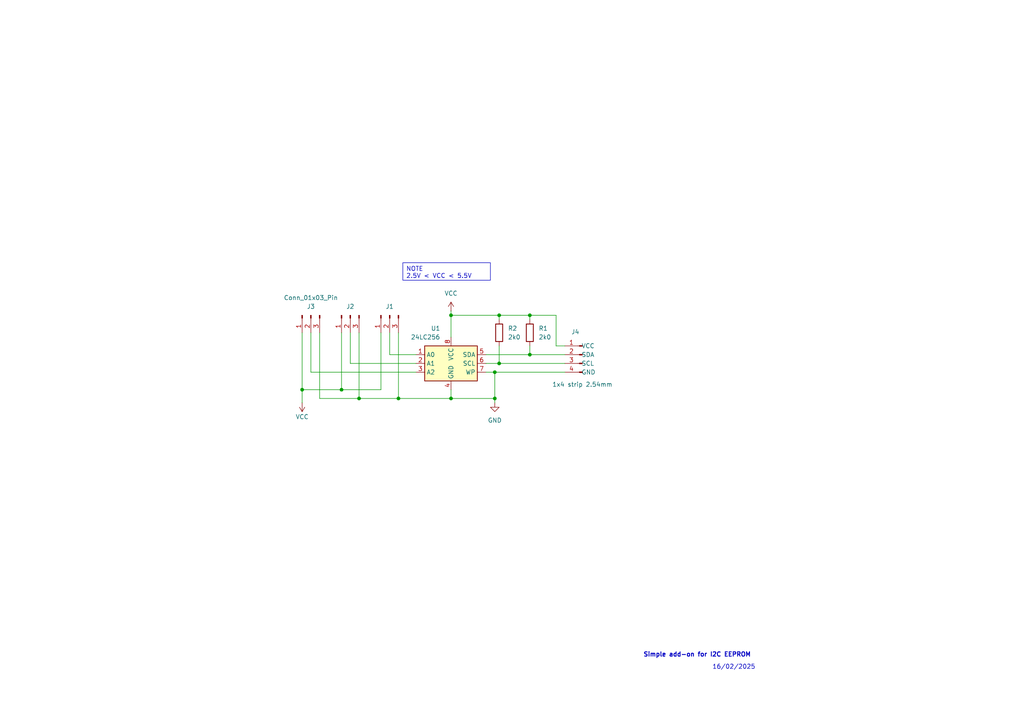
<source format=kicad_sch>
(kicad_sch (version 20250114) (generator "eeschema") (generator_version "9.0")
  (paper "A4")
  (lib_symbols
    (symbol "Connector:Conn_01x03_Pin" (pin_names (offset 1.016) (hide yes))
      (property "Reference" "J" (at 0 5.08 0))
      (property "Value" "Conn_01x03_Pin" (at 0 -5.08 0))
      (symbol "Conn_01x03_Pin_1_1"
        (rectangle (start 0.8636 2.667) (end 0 2.413) (stroke (width 0.1524)) (fill (type outline)))
        (rectangle (start 0.8636 0.127) (end 0 -0.127) (stroke (width 0.1524)) (fill (type outline)))
        (rectangle (start 0.8636 -2.413) (end 0 -2.667) (stroke (width 0.1524)) (fill (type outline)))
        (polyline (pts (xy 1.27 2.54) (xy 0.8636 2.54)) (stroke (width 0.1524)))
        (polyline (pts (xy 1.27 0) (xy 0.8636 0)) (stroke (width 0.1524)))
        (polyline (pts (xy 1.27 -2.54) (xy 0.8636 -2.54)) (stroke (width 0.1524)))
        (pin passive line (at 5.08 2.54 180) (length 3.81) (name "Pin_1") (number "1"))
        (pin passive line (at 5.08 0 180) (length 3.81) (name "Pin_2") (number "2"))
        (pin passive line (at 5.08 -2.54 180) (length 3.81) (name "Pin_3") (number "3"))
      )
    )
    (symbol "Connector:Conn_01x04_Pin" (pin_names (offset 1.016))
      (property "Reference" "J1" (at 2.286 -7.366 0))
      (property "Value" "1x4 strip 2.54mm" (at -4.826 5.842 0))
      (symbol "Conn_01x04_Pin_1_1"
        (rectangle (start 0.8636 2.667) (end 0 2.413) (stroke (width 0.1524)) (fill (type outline)))
        (rectangle (start 0.8636 0.127) (end 0 -0.127) (stroke (width 0.1524)) (fill (type outline)))
        (rectangle (start 0.8636 -2.413) (end 0 -2.667) (stroke (width 0.1524)) (fill (type outline)))
        (rectangle (start 0.8636 -4.953) (end 0 -5.207) (stroke (width 0.1524)) (fill (type outline)))
        (polyline (pts (xy 1.27 2.54) (xy 0.8636 2.54)) (stroke (width 0.1524)))
        (polyline (pts (xy 1.27 0) (xy 0.8636 0)) (stroke (width 0.1524)))
        (polyline (pts (xy 1.27 -2.54) (xy 0.8636 -2.54)) (stroke (width 0.1524)))
        (polyline (pts (xy 1.27 -5.08) (xy 0.8636 -5.08)) (stroke (width 0.1524)))
        (pin passive line (at 5.08 2.54 180) (length 3.81) (name "VCC") (number "1"))
        (pin passive line (at 5.08 0 180) (length 3.81) (name "SDA") (number "2"))
        (pin passive line (at 5.08 -2.54 180) (length 3.81) (name "SCL") (number "3"))
        (pin passive line (at 5.08 -5.08 180) (length 3.81) (name "GND") (number "4"))
      )
    )
    (symbol "Device:R" (pin_numbers (hide yes)) (pin_names (offset 0))
      (property "Reference" "R" (at 2.032 0 90))
      (property "Value" "R" (at 0 0 90))
      (symbol "R_0_1"
        (rectangle (start -1.016 -2.54) (end 1.016 2.54) (stroke (width 0.254)))
      )
      (symbol "R_1_1"
        (pin passive line (at 0 3.81 270) (length 1.27) (name "~") (number "1"))
        (pin passive line (at 0 -3.81 90) (length 1.27) (name "~") (number "2"))
      )
    )
    (symbol "Memory_EEPROM:24LC256"
      (property "Reference" "U" (at -6.35 6.35 0))
      (property "Value" "24LC256" (at 1.27 6.35 0))
      (symbol "24LC256_1_1"
        (rectangle (start -7.62 5.08) (end 7.62 -5.08) (stroke (width 0.254)) (fill (type background)))
        (pin input line (at -10.16 2.54 0) (length 2.54) (name "A0") (number "1"))
        (pin input line (at -10.16 0 0) (length 2.54) (name "A1") (number "2"))
        (pin input line (at -10.16 -2.54 0) (length 2.54) (name "A2") (number "3"))
        (pin power_in line (at 0 7.62 270) (length 2.54) (name "VCC") (number "8"))
        (pin power_in line (at 0 -7.62 90) (length 2.54) (name "GND") (number "4"))
        (pin bidirectional line (at 10.16 2.54 180) (length 2.54) (name "SDA") (number "5"))
        (pin input line (at 10.16 0 180) (length 2.54) (name "SCL") (number "6"))
        (pin input line (at 10.16 -2.54 180) (length 2.54) (name "WP") (number "7"))
      )
    )
    (symbol "power:GND" (power) (pin_numbers (hide yes)) (pin_names (offset 0) (hide yes))
      (property "Value" "GND" (at 0 -3.81 0))
      (symbol "GND_0_1"
        (polyline (pts (xy 0 0) (xy 0 -1.27) (xy 1.27 -1.27) (xy 0 -2.54) (xy -1.27 -1.27) (xy 0 -1.27)))
      )
      (symbol "GND_1_1"
        (pin power_in line (at 0 0 270) (length 0) (name "~") (number "1"))
      )
    )
    (symbol "power:VCC" (power) (pin_numbers (hide yes)) (pin_names (offset 0) (hide yes))
      (property "Value" "VCC" (at 0 3.556 0))
      (symbol "VCC_0_1"
        (polyline (pts (xy -0.762 1.27) (xy 0 2.54)))
        (polyline (pts (xy 0 2.54) (xy 0.762 1.27)))
        (polyline (pts (xy 0 0) (xy 0 2.54)))
      )
      (symbol "VCC_1_1"
        (pin power_in line (at 0 0 90) (length 0) (name "~") (number "1"))
      )
    )
  )
  (text "Simple add-on for I2C EEPROM " (at 202.692 189.992 0) (effects (font (size 1.27 1.27) (thickness 0.254) (bold yes))))
  (text "16/02/2025" (at 212.852 193.548 0) (effects (font (size 1.27 1.27))))
  (text_box "NOTE\n2.5V < VCC < 5.5V " (at 116.84 76.2 0) (size 25.4 5.08) (margins 0.9525 0.9525 0.9525 0.9525) (effects (font (size 1.27 1.27)) (justify left top)))
  (junction (at 153.67 91.44))
  (junction (at 99.06 113.03))
  (junction (at 143.51 107.95))
  (junction (at 104.14 115.57))
  (junction (at 130.81 115.57))
  (junction (at 130.81 91.44))
  (junction (at 115.57 115.57))
  (junction (at 144.78 105.41))
  (junction (at 144.78 91.44))
  (junction (at 143.51 115.57))
  (junction (at 87.63 113.03))
  (junction (at 153.67 102.87))
  (wire (pts (xy 92.71 115.57) (xy 92.71 96.52)))
  (wire (pts (xy 144.78 100.33) (xy 144.78 105.41)))
  (wire (pts (xy 104.14 115.57) (xy 104.14 96.52)))
  (wire (pts (xy 120.65 105.41) (xy 101.6 105.41)))
  (wire (pts (xy 130.81 91.44) (xy 130.81 97.79)))
  (wire (pts (xy 153.67 91.44) (xy 161.29 91.44)))
  (wire (pts (xy 153.67 100.33) (xy 153.67 102.87)))
  (wire (pts (xy 153.67 102.87) (xy 163.83 102.87)))
  (wire (pts (xy 143.51 115.57) (xy 143.51 116.84)))
  (wire (pts (xy 153.67 91.44) (xy 153.67 92.71)))
  (wire (pts (xy 130.81 90.17) (xy 130.81 91.44)))
  (wire (pts (xy 130.81 91.44) (xy 144.78 91.44)))
  (wire (pts (xy 90.17 96.52) (xy 90.17 107.95)))
  (wire (pts (xy 87.63 116.84) (xy 87.63 113.03)))
  (wire (pts (xy 113.03 96.52) (xy 113.03 102.87)))
  (wire (pts (xy 120.65 107.95) (xy 90.17 107.95)))
  (wire (pts (xy 130.81 115.57) (xy 115.57 115.57)))
  (wire (pts (xy 87.63 96.52) (xy 87.63 113.03)))
  (wire (pts (xy 99.06 113.03) (xy 110.49 113.03)))
  (wire (pts (xy 161.29 91.44) (xy 161.29 100.33)))
  (wire (pts (xy 101.6 96.52) (xy 101.6 105.41)))
  (wire (pts (xy 140.97 105.41) (xy 144.78 105.41)))
  (wire (pts (xy 104.14 115.57) (xy 92.71 115.57)))
  (wire (pts (xy 115.57 115.57) (xy 115.57 96.52)))
  (wire (pts (xy 140.97 107.95) (xy 143.51 107.95)))
  (wire (pts (xy 120.65 102.87) (xy 113.03 102.87)))
  (wire (pts (xy 144.78 105.41) (xy 163.83 105.41)))
  (wire (pts (xy 110.49 113.03) (xy 110.49 96.52)))
  (wire (pts (xy 161.29 100.33) (xy 163.83 100.33)))
  (wire (pts (xy 87.63 113.03) (xy 99.06 113.03)))
  (wire (pts (xy 130.81 113.03) (xy 130.81 115.57)))
  (wire (pts (xy 130.81 115.57) (xy 143.51 115.57)))
  (wire (pts (xy 143.51 107.95) (xy 143.51 115.57)))
  (wire (pts (xy 115.57 115.57) (xy 104.14 115.57)))
  (wire (pts (xy 144.78 91.44) (xy 153.67 91.44)))
  (wire (pts (xy 143.51 107.95) (xy 163.83 107.95)))
  (wire (pts (xy 140.97 102.87) (xy 153.67 102.87)))
  (wire (pts (xy 144.78 91.44) (xy 144.78 92.71)))
  (wire (pts (xy 99.06 113.03) (xy 99.06 96.52)))
  (symbol (lib_id "Device:R") (at 153.67 96.52 0) (unit 1)
    (property "Reference" "R1" (at 156.21 95.2499 0) (effects (justify left)))
    (property "Value" "2k0" (at 156.21 97.7899 0) (effects (justify left)))
    (property "Footprint" "Resistor_THT:R_Axial_DIN0207_L6.3mm_D2.5mm_P7.62mm_Horizontal" (effects (hide yes)))
    (property "Description" "Resistor" (effects (hide yes)))
  )
  (symbol (lib_id "Device:R") (at 144.78 96.52 0) (unit 1)
    (property "Reference" "R2" (at 147.32 95.2499 0) (effects (justify left)))
    (property "Value" "2k0" (at 147.32 97.7899 0) (effects (justify left)))
    (property "Footprint" "Resistor_THT:R_Axial_DIN0207_L6.3mm_D2.5mm_P7.62mm_Horizontal" (effects (hide yes)))
    (property "Description" "Resistor" (effects (hide yes)))
  )
  (symbol (lib_id "Connector:Conn_01x04_Pin") (at 168.91 102.87 0) (mirror y) (unit 1)
    (property "Reference" "J4" (at 166.878 96.266 0))
    (property "Value" "1x4 strip 2.54mm" (at 168.91 111.506 0))
    (property "Footprint" "Connector_PinSocket_2.54mm:PinSocket_1x04_P2.54mm_Vertical" (effects (hide yes)))
    (property "Description" "Generic connector, single row, 01x04, script generated" (effects (hide yes)))
  )
  (symbol (lib_id "Connector:Conn_01x03_Pin") (at 90.17 91.44 90) (mirror x) (unit 1)
    (property "Reference" "J3" (at 90.17 88.9 90))
    (property "Value" "Conn_01x03_Pin" (at 90.17 86.36 90))
    (property "Footprint" "Connector_PinHeader_2.54mm:PinHeader_1x03_P2.54mm_Vertical" (effects (hide yes)))
    (property "Description" "Generic connector, single row, 01x03, script generated" (effects (hide yes)))
  )
  (symbol (lib_id "power:VCC") (at 130.81 90.17 0) (unit 1)
    (property "Reference" "#PWR04" (effects (hide yes)))
    (property "Value" "VCC" (at 130.81 85.09 0))
    (property "Description" "Power symbol creates a global label with name \"VCC\"" (effects (hide yes)))
  )
  (symbol (lib_id "Memory_EEPROM:24LC256") (at 130.81 105.41 0) (unit 1)
    (property "Reference" "U1" (at 124.968 95.25 0) (effects (justify left)))
    (property "Value" "24LC256" (at 119.126 97.79 0) (effects (justify left)))
    (property "Footprint" "Package_DIP:DIP-8_W7.62mm" (effects (hide yes)))
    (property "Datasheet" "http://ww1.microchip.com/downloads/en/devicedoc/21203m.pdf" (effects (hide yes)))
    (property "Description" "I2C Serial EEPROM, 256Kb, DIP-8/SOIC-8/TSSOP-8/DFN-8" (effects (hide yes)))
  )
  (symbol (lib_id "power:GND") (at 143.51 116.84 0) (unit 1)
    (property "Reference" "#PWR01" (effects (hide yes)))
    (property "Value" "GND" (at 143.51 121.92 0))
    (property "Description" "Power symbol creates a global label with name \"GND\" , ground" (effects (hide yes)))
  )
  (symbol (lib_id "Connector:Conn_01x03_Pin") (at 113.03 91.44 90) (mirror x) (unit 1)
    (property "Reference" "J1" (at 113.03 88.9 90))
    (property "Value" "Conn_01x03_Pin" (effects (hide yes)))
    (property "Footprint" "Connector_PinHeader_2.54mm:PinHeader_1x03_P2.54mm_Vertical" (effects (hide yes)))
    (property "Description" "Generic connector, single row, 01x03, script generated" (effects (hide yes)))
  )
  (symbol (lib_id "power:VCC") (at 87.63 116.84 0) (mirror x) (unit 1)
    (property "Reference" "#PWR05" (effects (hide yes)))
    (property "Value" "VCC" (at 87.63 120.904 0))
    (property "Description" "Power symbol creates a global label with name \"VCC\"" (effects (hide yes)))
  )
  (symbol (lib_id "Connector:Conn_01x03_Pin") (at 101.6 91.44 90) (mirror x) (unit 1)
    (property "Reference" "J2" (at 101.6 88.9 90))
    (property "Value" "Conn_01x03_Pin" (effects (hide yes)))
    (property "Footprint" "Connector_PinHeader_2.54mm:PinHeader_1x03_P2.54mm_Vertical" (effects (hide yes)))
    (property "Description" "Generic connector, single row, 01x03, script generated" (effects (hide yes)))
  )
)
</source>
